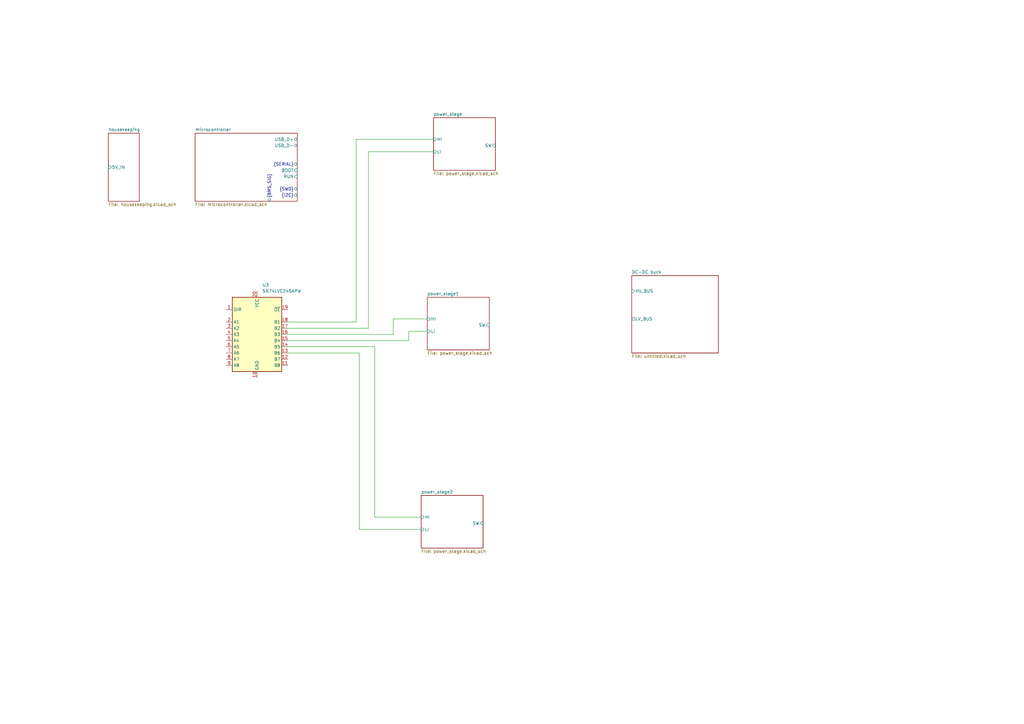
<source format=kicad_sch>
(kicad_sch (version 20250114) (generator "eeschema") (generator_version "9.0")
  (paper "A3")
  (lib_symbols
    (symbol "Logic_LevelTranslator:SN74LVC245APW"
      (property "Reference" "U" (at -10.16 17.78 0))
      (property "Value" "SN74LVC245APW" (at 10.16 17.78 0))
      (symbol "SN74LVC245APW_0_1"
        (rectangle (start -10.16 15.24) (end 10.16 -15.24) (stroke (width 0.254)) (fill (type background)))
      )
      (symbol "SN74LVC245APW_1_1"
        (pin input line (at -12.7 10.16 0) (length 2.54) (name "DIR") (number "1"))
        (pin bidirectional line (at -12.7 5.08 0) (length 2.54) (name "A1") (number "2"))
        (pin bidirectional line (at -12.7 2.54 0) (length 2.54) (name "A2") (number "3"))
        (pin bidirectional line (at -12.7 0 0) (length 2.54) (name "A3") (number "4"))
        (pin bidirectional line (at -12.7 -2.54 0) (length 2.54) (name "A4") (number "5"))
        (pin bidirectional line (at -12.7 -5.08 0) (length 2.54) (name "A5") (number "6"))
        (pin bidirectional line (at -12.7 -7.62 0) (length 2.54) (name "A6") (number "7"))
        (pin bidirectional line (at -12.7 -10.16 0) (length 2.54) (name "A7") (number "8"))
        (pin bidirectional line (at -12.7 -12.7 0) (length 2.54) (name "A8") (number "9"))
        (pin power_in line (at 0 17.78 270) (length 2.54) (name "VCC") (number "20"))
        (pin power_in line (at 0 -17.78 90) (length 2.54) (name "GND") (number "10"))
        (pin input line (at 12.7 10.16 180) (length 2.54) (name "~{OE}") (number "19"))
        (pin bidirectional line (at 12.7 5.08 180) (length 2.54) (name "B1") (number "18"))
        (pin bidirectional line (at 12.7 2.54 180) (length 2.54) (name "B2") (number "17"))
        (pin bidirectional line (at 12.7 0 180) (length 2.54) (name "B3") (number "16"))
        (pin bidirectional line (at 12.7 -2.54 180) (length 2.54) (name "B4") (number "15"))
        (pin bidirectional line (at 12.7 -5.08 180) (length 2.54) (name "B5") (number "14"))
        (pin bidirectional line (at 12.7 -7.62 180) (length 2.54) (name "B6") (number "13"))
        (pin bidirectional line (at 12.7 -10.16 180) (length 2.54) (name "B7") (number "12"))
        (pin bidirectional line (at 12.7 -12.7 180) (length 2.54) (name "B8") (number "11"))
      )
    )
  )
  (wire (pts (xy 118.11 137.16) (xy 161.29 137.16)))
  (wire (pts (xy 146.05 132.08) (xy 146.05 57.15)))
  (wire (pts (xy 118.11 142.24) (xy 153.67 142.24)))
  (wire (pts (xy 161.29 137.16) (xy 161.29 130.81)))
  (wire (pts (xy 118.11 139.7) (xy 167.64 139.7)))
  (wire (pts (xy 118.11 144.78) (xy 147.32 144.78)))
  (wire (pts (xy 151.13 62.23) (xy 177.8 62.23)))
  (wire (pts (xy 146.05 57.15) (xy 177.8 57.15)))
  (wire (pts (xy 153.67 142.24) (xy 153.67 212.09)))
  (wire (pts (xy 147.32 144.78) (xy 147.32 217.17)))
  (wire (pts (xy 147.32 217.17) (xy 172.72 217.17)))
  (wire (pts (xy 118.11 134.62) (xy 151.13 134.62)))
  (wire (pts (xy 118.11 132.08) (xy 146.05 132.08)))
  (wire (pts (xy 151.13 134.62) (xy 151.13 62.23)))
  (wire (pts (xy 167.64 135.89) (xy 175.26 135.89)))
  (wire (pts (xy 167.64 139.7) (xy 167.64 135.89)))
  (wire (pts (xy 153.67 212.09) (xy 172.72 212.09)))
  (wire (pts (xy 161.29 130.81) (xy 175.26 130.81)))
  (symbol (lib_id "Logic_LevelTranslator:SN74LVC245APW") (at 105.41 137.16 0) (unit 1)
    (property "Reference" "U3" (at 107.5533 116.84 0) (effects (justify left)))
    (property "Value" "SN74LVC245APW" (at 107.5533 119.38 0) (effects (justify left)))
    (property "Footprint" "Package_SO:TSSOP-20_4.4x6.5mm_P0.65mm" (effects (hide yes)))
    (property "Datasheet" "https://www.ti.com/lit/ds/scas218x/scas218x.pdf" (effects (hide yes)))
    (property "Description" "8-Bit Single-Supply Bus Transceiver With 5V tolerant input voltage and 3-State Outputs 24mA, TSSOP-20" (effects (hide yes)))
  )
  (sheet (at 44.45 54.61) (size 12.7 27.94) (stroke (width 0.1524))
    (property "Sheetname" "housekeeping" (at 44.45 53.8984 0) (effects (justify left bottom)))
    (property "Sheetfile" "housekeeping.kicad_sch" (at 44.45 83.1346 0) (effects (justify left top)))
    (pin "5V_IN" input (at 44.45 68.58 180))
  )
  (sheet (at 177.8 48.26) (size 25.4 21.59) (stroke (width 0.1524))
    (property "Sheetname" "power_stage" (at 177.8 47.5484 0) (effects (justify left bottom)))
    (property "Sheetfile" "power_stage.kicad_sch" (at 177.8 70.4346 0) (effects (justify left top)))
    (pin "HI" input (at 177.8 57.15 180))
    (pin "LI" input (at 177.8 62.23 180))
    (pin "SW" input (at 203.2 59.69 0))
  )
  (sheet (at 259.08 113.03) (size 35.56 31.75) (stroke (width 0.1524))
    (property "Sheetname" "DC-DC buck" (at 259.08 112.3184 0) (effects (justify left bottom)))
    (property "Sheetfile" "untitled.kicad_sch" (at 259.08 145.3646 0) (effects (justify left top)))
    (pin "HV_BUS" input (at 259.08 119.38 180))
    (pin "LV_BUS" output (at 259.08 130.81 180))
  )
  (sheet (at 172.72 203.2) (size 25.4 21.59) (stroke (width 0.1524))
    (property "Sheetname" "power_stage2" (at 172.72 202.4884 0) (effects (justify left bottom)))
    (property "Sheetfile" "power_stage.kicad_sch" (at 172.72 225.3746 0) (effects (justify left top)))
    (pin "HI" input (at 172.72 212.09 180))
    (pin "LI" input (at 172.72 217.17 180))
    (pin "SW" input (at 198.12 214.63 0))
  )
  (sheet (at 80.01 54.61) (size 41.91 27.94) (stroke (width 0.1524))
    (property "Sheetname" "microcontroller" (at 80.01 53.8984 0) (effects (justify left bottom)))
    (property "Sheetfile" "microcontroller.kicad_sch" (at 80.01 83.1346 0) (effects (justify left top)))
    (pin "{I2C}" bidirectional (at 121.92 80.01 0))
    (pin "{BMS_SIG}" bidirectional (at 110.49 82.55 270))
    (pin "{SERIAL}" bidirectional (at 121.92 67.31 0))
    (pin "BOOT" input (at 121.92 69.85 0))
    (pin "RUN" input (at 121.92 72.39 0))
    (pin "{SWD}" bidirectional (at 121.92 77.47 0))
    (pin "USB_D+" bidirectional (at 121.92 57.15 0))
    (pin "USB_D-" bidirectional (at 121.92 59.69 0))
  )
  (sheet (at 175.26 121.92) (size 25.4 21.59) (stroke (width 0.1524))
    (property "Sheetname" "power_stage1" (at 175.26 121.2084 0) (effects (justify left bottom)))
    (property "Sheetfile" "power_stage.kicad_sch" (at 175.26 144.0946 0) (effects (justify left top)))
    (pin "HI" input (at 175.26 130.81 180))
    (pin "LI" input (at 175.26 135.89 180))
    (pin "SW" input (at 200.66 133.35 0))
  )
)
</source>
